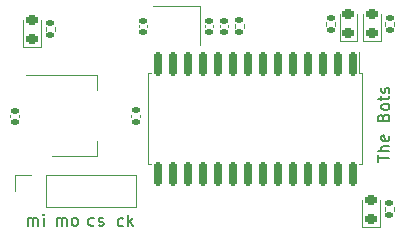
<source format=gto>
%TF.GenerationSoftware,KiCad,Pcbnew,7.0.2-6a45011f42~172~ubuntu20.04.1*%
%TF.CreationDate,2023-04-23T21:34:22-07:00*%
%TF.ProjectId,SX1280_USB_Adapter,53583132-3830-45f5-9553-425f41646170,rev?*%
%TF.SameCoordinates,Original*%
%TF.FileFunction,Legend,Top*%
%TF.FilePolarity,Positive*%
%FSLAX46Y46*%
G04 Gerber Fmt 4.6, Leading zero omitted, Abs format (unit mm)*
G04 Created by KiCad (PCBNEW 7.0.2-6a45011f42~172~ubuntu20.04.1) date 2023-04-23 21:34:22*
%MOMM*%
%LPD*%
G01*
G04 APERTURE LIST*
G04 Aperture macros list*
%AMRoundRect*
0 Rectangle with rounded corners*
0 $1 Rounding radius*
0 $2 $3 $4 $5 $6 $7 $8 $9 X,Y pos of 4 corners*
0 Add a 4 corners polygon primitive as box body*
4,1,4,$2,$3,$4,$5,$6,$7,$8,$9,$2,$3,0*
0 Add four circle primitives for the rounded corners*
1,1,$1+$1,$2,$3*
1,1,$1+$1,$4,$5*
1,1,$1+$1,$6,$7*
1,1,$1+$1,$8,$9*
0 Add four rect primitives between the rounded corners*
20,1,$1+$1,$2,$3,$4,$5,0*
20,1,$1+$1,$4,$5,$6,$7,0*
20,1,$1+$1,$6,$7,$8,$9,0*
20,1,$1+$1,$8,$9,$2,$3,0*%
G04 Aperture macros list end*
%ADD10C,0.150000*%
%ADD11C,0.120000*%
%ADD12RoundRect,0.135000X0.185000X-0.135000X0.185000X0.135000X-0.185000X0.135000X-0.185000X-0.135000X0*%
%ADD13RoundRect,0.218750X0.256250X-0.218750X0.256250X0.218750X-0.256250X0.218750X-0.256250X-0.218750X0*%
%ADD14RoundRect,0.140000X-0.170000X0.140000X-0.170000X-0.140000X0.170000X-0.140000X0.170000X0.140000X0*%
%ADD15R,8.000000X1.900000*%
%ADD16R,7.500000X2.000000*%
%ADD17RoundRect,0.140000X0.170000X-0.140000X0.170000X0.140000X-0.170000X0.140000X-0.170000X-0.140000X0*%
%ADD18R,1.400000X1.200000*%
%ADD19RoundRect,0.135000X-0.185000X0.135000X-0.185000X-0.135000X0.185000X-0.135000X0.185000X0.135000X0*%
%ADD20R,1.700000X1.700000*%
%ADD21O,1.700000X1.700000*%
%ADD22RoundRect,0.150000X-0.150000X0.875000X-0.150000X-0.875000X0.150000X-0.875000X0.150000X0.875000X0*%
%ADD23R,2.000000X1.500000*%
%ADD24R,2.000000X3.800000*%
G04 APERTURE END LIST*
D10*
X115474666Y-123274000D02*
X115379428Y-123321619D01*
X115379428Y-123321619D02*
X115188952Y-123321619D01*
X115188952Y-123321619D02*
X115093714Y-123274000D01*
X115093714Y-123274000D02*
X115046095Y-123226380D01*
X115046095Y-123226380D02*
X114998476Y-123131142D01*
X114998476Y-123131142D02*
X114998476Y-122845428D01*
X114998476Y-122845428D02*
X115046095Y-122750190D01*
X115046095Y-122750190D02*
X115093714Y-122702571D01*
X115093714Y-122702571D02*
X115188952Y-122654952D01*
X115188952Y-122654952D02*
X115379428Y-122654952D01*
X115379428Y-122654952D02*
X115474666Y-122702571D01*
X115855619Y-123274000D02*
X115950857Y-123321619D01*
X115950857Y-123321619D02*
X116141333Y-123321619D01*
X116141333Y-123321619D02*
X116236571Y-123274000D01*
X116236571Y-123274000D02*
X116284190Y-123178761D01*
X116284190Y-123178761D02*
X116284190Y-123131142D01*
X116284190Y-123131142D02*
X116236571Y-123035904D01*
X116236571Y-123035904D02*
X116141333Y-122988285D01*
X116141333Y-122988285D02*
X115998476Y-122988285D01*
X115998476Y-122988285D02*
X115903238Y-122940666D01*
X115903238Y-122940666D02*
X115855619Y-122845428D01*
X115855619Y-122845428D02*
X115855619Y-122797809D01*
X115855619Y-122797809D02*
X115903238Y-122702571D01*
X115903238Y-122702571D02*
X115998476Y-122654952D01*
X115998476Y-122654952D02*
X116141333Y-122654952D01*
X116141333Y-122654952D02*
X116236571Y-122702571D01*
X139477619Y-117904761D02*
X139477619Y-117333333D01*
X140477619Y-117619047D02*
X139477619Y-117619047D01*
X140477619Y-116999999D02*
X139477619Y-116999999D01*
X140477619Y-116571428D02*
X139953809Y-116571428D01*
X139953809Y-116571428D02*
X139858571Y-116619047D01*
X139858571Y-116619047D02*
X139810952Y-116714285D01*
X139810952Y-116714285D02*
X139810952Y-116857142D01*
X139810952Y-116857142D02*
X139858571Y-116952380D01*
X139858571Y-116952380D02*
X139906190Y-116999999D01*
X140430000Y-115714285D02*
X140477619Y-115809523D01*
X140477619Y-115809523D02*
X140477619Y-115999999D01*
X140477619Y-115999999D02*
X140430000Y-116095237D01*
X140430000Y-116095237D02*
X140334761Y-116142856D01*
X140334761Y-116142856D02*
X139953809Y-116142856D01*
X139953809Y-116142856D02*
X139858571Y-116095237D01*
X139858571Y-116095237D02*
X139810952Y-115999999D01*
X139810952Y-115999999D02*
X139810952Y-115809523D01*
X139810952Y-115809523D02*
X139858571Y-115714285D01*
X139858571Y-115714285D02*
X139953809Y-115666666D01*
X139953809Y-115666666D02*
X140049047Y-115666666D01*
X140049047Y-115666666D02*
X140144285Y-116142856D01*
X139953809Y-114142856D02*
X140001428Y-113999999D01*
X140001428Y-113999999D02*
X140049047Y-113952380D01*
X140049047Y-113952380D02*
X140144285Y-113904761D01*
X140144285Y-113904761D02*
X140287142Y-113904761D01*
X140287142Y-113904761D02*
X140382380Y-113952380D01*
X140382380Y-113952380D02*
X140430000Y-113999999D01*
X140430000Y-113999999D02*
X140477619Y-114095237D01*
X140477619Y-114095237D02*
X140477619Y-114476189D01*
X140477619Y-114476189D02*
X139477619Y-114476189D01*
X139477619Y-114476189D02*
X139477619Y-114142856D01*
X139477619Y-114142856D02*
X139525238Y-114047618D01*
X139525238Y-114047618D02*
X139572857Y-113999999D01*
X139572857Y-113999999D02*
X139668095Y-113952380D01*
X139668095Y-113952380D02*
X139763333Y-113952380D01*
X139763333Y-113952380D02*
X139858571Y-113999999D01*
X139858571Y-113999999D02*
X139906190Y-114047618D01*
X139906190Y-114047618D02*
X139953809Y-114142856D01*
X139953809Y-114142856D02*
X139953809Y-114476189D01*
X140477619Y-113333332D02*
X140430000Y-113428570D01*
X140430000Y-113428570D02*
X140382380Y-113476189D01*
X140382380Y-113476189D02*
X140287142Y-113523808D01*
X140287142Y-113523808D02*
X140001428Y-113523808D01*
X140001428Y-113523808D02*
X139906190Y-113476189D01*
X139906190Y-113476189D02*
X139858571Y-113428570D01*
X139858571Y-113428570D02*
X139810952Y-113333332D01*
X139810952Y-113333332D02*
X139810952Y-113190475D01*
X139810952Y-113190475D02*
X139858571Y-113095237D01*
X139858571Y-113095237D02*
X139906190Y-113047618D01*
X139906190Y-113047618D02*
X140001428Y-112999999D01*
X140001428Y-112999999D02*
X140287142Y-112999999D01*
X140287142Y-112999999D02*
X140382380Y-113047618D01*
X140382380Y-113047618D02*
X140430000Y-113095237D01*
X140430000Y-113095237D02*
X140477619Y-113190475D01*
X140477619Y-113190475D02*
X140477619Y-113333332D01*
X139810952Y-112714284D02*
X139810952Y-112333332D01*
X139477619Y-112571427D02*
X140334761Y-112571427D01*
X140334761Y-112571427D02*
X140430000Y-112523808D01*
X140430000Y-112523808D02*
X140477619Y-112428570D01*
X140477619Y-112428570D02*
X140477619Y-112333332D01*
X140430000Y-112047617D02*
X140477619Y-111952379D01*
X140477619Y-111952379D02*
X140477619Y-111761903D01*
X140477619Y-111761903D02*
X140430000Y-111666665D01*
X140430000Y-111666665D02*
X140334761Y-111619046D01*
X140334761Y-111619046D02*
X140287142Y-111619046D01*
X140287142Y-111619046D02*
X140191904Y-111666665D01*
X140191904Y-111666665D02*
X140144285Y-111761903D01*
X140144285Y-111761903D02*
X140144285Y-111904760D01*
X140144285Y-111904760D02*
X140096666Y-111999998D01*
X140096666Y-111999998D02*
X140001428Y-112047617D01*
X140001428Y-112047617D02*
X139953809Y-112047617D01*
X139953809Y-112047617D02*
X139858571Y-111999998D01*
X139858571Y-111999998D02*
X139810952Y-111904760D01*
X139810952Y-111904760D02*
X139810952Y-111761903D01*
X139810952Y-111761903D02*
X139858571Y-111666665D01*
X117963866Y-123324800D02*
X117868628Y-123372419D01*
X117868628Y-123372419D02*
X117678152Y-123372419D01*
X117678152Y-123372419D02*
X117582914Y-123324800D01*
X117582914Y-123324800D02*
X117535295Y-123277180D01*
X117535295Y-123277180D02*
X117487676Y-123181942D01*
X117487676Y-123181942D02*
X117487676Y-122896228D01*
X117487676Y-122896228D02*
X117535295Y-122800990D01*
X117535295Y-122800990D02*
X117582914Y-122753371D01*
X117582914Y-122753371D02*
X117678152Y-122705752D01*
X117678152Y-122705752D02*
X117868628Y-122705752D01*
X117868628Y-122705752D02*
X117963866Y-122753371D01*
X118392438Y-123372419D02*
X118392438Y-122372419D01*
X118487676Y-122991466D02*
X118773390Y-123372419D01*
X118773390Y-122705752D02*
X118392438Y-123086704D01*
X112302895Y-123321619D02*
X112302895Y-122654952D01*
X112302895Y-122750190D02*
X112350514Y-122702571D01*
X112350514Y-122702571D02*
X112445752Y-122654952D01*
X112445752Y-122654952D02*
X112588609Y-122654952D01*
X112588609Y-122654952D02*
X112683847Y-122702571D01*
X112683847Y-122702571D02*
X112731466Y-122797809D01*
X112731466Y-122797809D02*
X112731466Y-123321619D01*
X112731466Y-122797809D02*
X112779085Y-122702571D01*
X112779085Y-122702571D02*
X112874323Y-122654952D01*
X112874323Y-122654952D02*
X113017180Y-122654952D01*
X113017180Y-122654952D02*
X113112419Y-122702571D01*
X113112419Y-122702571D02*
X113160038Y-122797809D01*
X113160038Y-122797809D02*
X113160038Y-123321619D01*
X113779085Y-123321619D02*
X113683847Y-123274000D01*
X113683847Y-123274000D02*
X113636228Y-123226380D01*
X113636228Y-123226380D02*
X113588609Y-123131142D01*
X113588609Y-123131142D02*
X113588609Y-122845428D01*
X113588609Y-122845428D02*
X113636228Y-122750190D01*
X113636228Y-122750190D02*
X113683847Y-122702571D01*
X113683847Y-122702571D02*
X113779085Y-122654952D01*
X113779085Y-122654952D02*
X113921942Y-122654952D01*
X113921942Y-122654952D02*
X114017180Y-122702571D01*
X114017180Y-122702571D02*
X114064799Y-122750190D01*
X114064799Y-122750190D02*
X114112418Y-122845428D01*
X114112418Y-122845428D02*
X114112418Y-123131142D01*
X114112418Y-123131142D02*
X114064799Y-123226380D01*
X114064799Y-123226380D02*
X114017180Y-123274000D01*
X114017180Y-123274000D02*
X113921942Y-123321619D01*
X113921942Y-123321619D02*
X113779085Y-123321619D01*
X109864495Y-123321619D02*
X109864495Y-122654952D01*
X109864495Y-122750190D02*
X109912114Y-122702571D01*
X109912114Y-122702571D02*
X110007352Y-122654952D01*
X110007352Y-122654952D02*
X110150209Y-122654952D01*
X110150209Y-122654952D02*
X110245447Y-122702571D01*
X110245447Y-122702571D02*
X110293066Y-122797809D01*
X110293066Y-122797809D02*
X110293066Y-123321619D01*
X110293066Y-122797809D02*
X110340685Y-122702571D01*
X110340685Y-122702571D02*
X110435923Y-122654952D01*
X110435923Y-122654952D02*
X110578780Y-122654952D01*
X110578780Y-122654952D02*
X110674019Y-122702571D01*
X110674019Y-122702571D02*
X110721638Y-122797809D01*
X110721638Y-122797809D02*
X110721638Y-123321619D01*
X111197828Y-123321619D02*
X111197828Y-122654952D01*
X111197828Y-122321619D02*
X111150209Y-122369238D01*
X111150209Y-122369238D02*
X111197828Y-122416857D01*
X111197828Y-122416857D02*
X111245447Y-122369238D01*
X111245447Y-122369238D02*
X111197828Y-122321619D01*
X111197828Y-122321619D02*
X111197828Y-122416857D01*
D11*
%TO.C,R5*%
X127382000Y-106579641D02*
X127382000Y-106272359D01*
X128142000Y-106579641D02*
X128142000Y-106272359D01*
%TO.C,D2*%
X138265000Y-107697500D02*
X139735000Y-107697500D01*
X139735000Y-107697500D02*
X139735000Y-105412500D01*
X138265000Y-105412500D02*
X138265000Y-107697500D01*
%TO.C,D1*%
X138203000Y-123405000D02*
X139673000Y-123405000D01*
X139673000Y-123405000D02*
X139673000Y-121120000D01*
X138203000Y-121120000D02*
X138203000Y-123405000D01*
%TO.C,D4*%
X109500500Y-108166500D02*
X110970500Y-108166500D01*
X110970500Y-108166500D02*
X110970500Y-105881500D01*
X109500500Y-105881500D02*
X109500500Y-108166500D01*
%TO.C,C4*%
X119994000Y-106318164D02*
X119994000Y-106533836D01*
X119274000Y-106318164D02*
X119274000Y-106533836D01*
%TO.C,R2*%
X140082000Y-122073641D02*
X140082000Y-121766359D01*
X140842000Y-122073641D02*
X140842000Y-121766359D01*
%TO.C,C2*%
X109110000Y-113938164D02*
X109110000Y-114153836D01*
X108390000Y-113938164D02*
X108390000Y-114153836D01*
%TO.C,R4*%
X140120000Y-106403641D02*
X140120000Y-106096359D01*
X140880000Y-106403641D02*
X140880000Y-106096359D01*
%TO.C,C1*%
X124862000Y-106533836D02*
X124862000Y-106318164D01*
X125582000Y-106533836D02*
X125582000Y-106318164D01*
%TO.C,C5*%
X118640000Y-114127836D02*
X118640000Y-113912164D01*
X119360000Y-114127836D02*
X119360000Y-113912164D01*
%TO.C,Y1*%
X124428000Y-108050000D02*
X124428000Y-104750000D01*
X124428000Y-104750000D02*
X120428000Y-104750000D01*
%TO.C,R3*%
X112139500Y-106527859D02*
X112139500Y-106835141D01*
X111379500Y-106527859D02*
X111379500Y-106835141D01*
%TO.C,D3*%
X136265000Y-107697500D02*
X137735000Y-107697500D01*
X137735000Y-107697500D02*
X137735000Y-105412500D01*
X136265000Y-105412500D02*
X136265000Y-107697500D01*
%TO.C,C3*%
X126852000Y-106318164D02*
X126852000Y-106533836D01*
X126132000Y-106318164D02*
X126132000Y-106533836D01*
%TO.C,J2*%
X111379000Y-121726000D02*
X119059000Y-121726000D01*
X111379000Y-121726000D02*
X111379000Y-119066000D01*
X119059000Y-121726000D02*
X119059000Y-119066000D01*
X108779000Y-120396000D02*
X108779000Y-119066000D01*
X108779000Y-119066000D02*
X110109000Y-119066000D01*
X111379000Y-119066000D02*
X119059000Y-119066000D01*
%TO.C,U2*%
X138175000Y-110390000D02*
X137930000Y-110390000D01*
X137930000Y-110390000D02*
X137930000Y-108575000D01*
X120055000Y-110390000D02*
X120300000Y-110390000D01*
X138175000Y-114250000D02*
X138175000Y-110390000D01*
X138175000Y-114250000D02*
X138175000Y-118110000D01*
X120055000Y-114250000D02*
X120055000Y-110390000D01*
X120055000Y-114250000D02*
X120055000Y-118110000D01*
X138175000Y-118110000D02*
X137930000Y-118110000D01*
X120055000Y-118110000D02*
X120300000Y-118110000D01*
%TO.C,R6*%
X135120000Y-106403641D02*
X135120000Y-106096359D01*
X135880000Y-106403641D02*
X135880000Y-106096359D01*
%TO.C,U1*%
X109692000Y-110590000D02*
X115702000Y-110590000D01*
X111942000Y-117410000D02*
X115702000Y-117410000D01*
X115702000Y-110590000D02*
X115702000Y-111850000D01*
X115702000Y-117410000D02*
X115702000Y-116150000D01*
%TD*%
%LPC*%
D12*
%TO.C,R5*%
X127762000Y-106936000D03*
X127762000Y-105916000D03*
%TD*%
D13*
%TO.C,D2*%
X139000000Y-107000000D03*
X139000000Y-105425000D03*
%TD*%
%TO.C,D1*%
X138938000Y-122707500D03*
X138938000Y-121132500D03*
%TD*%
%TO.C,D4*%
X110235500Y-107469000D03*
X110235500Y-105894000D03*
%TD*%
D14*
%TO.C,C4*%
X119634000Y-105946000D03*
X119634000Y-106906000D03*
%TD*%
D12*
%TO.C,R2*%
X140462000Y-122430000D03*
X140462000Y-121410000D03*
%TD*%
D14*
%TO.C,C2*%
X108750000Y-113566000D03*
X108750000Y-114526000D03*
%TD*%
D15*
%TO.C,J1*%
X101600000Y-117856000D03*
D16*
X101850000Y-115346000D03*
X101850000Y-112746000D03*
D15*
X101600000Y-110236000D03*
%TD*%
D12*
%TO.C,R4*%
X140500000Y-106760000D03*
X140500000Y-105740000D03*
%TD*%
D17*
%TO.C,C1*%
X125222000Y-106906000D03*
X125222000Y-105946000D03*
%TD*%
%TO.C,C5*%
X119000000Y-114500000D03*
X119000000Y-113540000D03*
%TD*%
D18*
%TO.C,Y1*%
X123528000Y-105550000D03*
X121328000Y-105550000D03*
X121328000Y-107250000D03*
X123528000Y-107250000D03*
%TD*%
D19*
%TO.C,R3*%
X111759500Y-106171500D03*
X111759500Y-107191500D03*
%TD*%
D13*
%TO.C,D3*%
X137000000Y-107000000D03*
X137000000Y-105425000D03*
%TD*%
D14*
%TO.C,C3*%
X126492000Y-105946000D03*
X126492000Y-106906000D03*
%TD*%
D20*
%TO.C,J2*%
X110109000Y-120396000D03*
D21*
X112649000Y-120396000D03*
X115189000Y-120396000D03*
X117729000Y-120396000D03*
%TD*%
D22*
%TO.C,U2*%
X137370000Y-109600000D03*
X136100000Y-109600000D03*
X134830000Y-109600000D03*
X133560000Y-109600000D03*
X132290000Y-109600000D03*
X131020000Y-109600000D03*
X129750000Y-109600000D03*
X128480000Y-109600000D03*
X127210000Y-109600000D03*
X125940000Y-109600000D03*
X124670000Y-109600000D03*
X123400000Y-109600000D03*
X122130000Y-109600000D03*
X120860000Y-109600000D03*
X120860000Y-118900000D03*
X122130000Y-118900000D03*
X123400000Y-118900000D03*
X124670000Y-118900000D03*
X125940000Y-118900000D03*
X127210000Y-118900000D03*
X128480000Y-118900000D03*
X129750000Y-118900000D03*
X131020000Y-118900000D03*
X132290000Y-118900000D03*
X133560000Y-118900000D03*
X134830000Y-118900000D03*
X136100000Y-118900000D03*
X137370000Y-118900000D03*
%TD*%
D12*
%TO.C,R6*%
X135500000Y-106760000D03*
X135500000Y-105740000D03*
%TD*%
D23*
%TO.C,U1*%
X110642000Y-111700000D03*
X110642000Y-114000000D03*
D24*
X116942000Y-114000000D03*
D23*
X110642000Y-116300000D03*
%TD*%
%LPD*%
M02*

</source>
